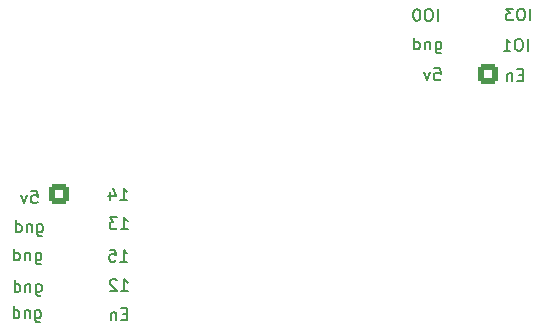
<source format=gbo>
%TF.GenerationSoftware,KiCad,Pcbnew,(6.0.0)*%
%TF.CreationDate,2022-03-13T20:29:15-04:00*%
%TF.ProjectId,alarm_panel_breakout,616c6172-6d5f-4706-916e-656c5f627265,rev?*%
%TF.SameCoordinates,Original*%
%TF.FileFunction,Legend,Bot*%
%TF.FilePolarity,Positive*%
%FSLAX46Y46*%
G04 Gerber Fmt 4.6, Leading zero omitted, Abs format (unit mm)*
G04 Created by KiCad (PCBNEW (6.0.0)) date 2022-03-13 20:29:15*
%MOMM*%
%LPD*%
G01*
G04 APERTURE LIST*
G04 Aperture macros list*
%AMRoundRect*
0 Rectangle with rounded corners*
0 $1 Rounding radius*
0 $2 $3 $4 $5 $6 $7 $8 $9 X,Y pos of 4 corners*
0 Add a 4 corners polygon primitive as box body*
4,1,4,$2,$3,$4,$5,$6,$7,$8,$9,$2,$3,0*
0 Add four circle primitives for the rounded corners*
1,1,$1+$1,$2,$3*
1,1,$1+$1,$4,$5*
1,1,$1+$1,$6,$7*
1,1,$1+$1,$8,$9*
0 Add four rect primitives between the rounded corners*
20,1,$1+$1,$2,$3,$4,$5,0*
20,1,$1+$1,$4,$5,$6,$7,0*
20,1,$1+$1,$6,$7,$8,$9,0*
20,1,$1+$1,$8,$9,$2,$3,0*%
G04 Aperture macros list end*
%ADD10C,0.150000*%
%ADD11R,2.540000X2.540000*%
%ADD12C,2.540000*%
%ADD13R,1.600000X1.600000*%
%ADD14C,1.600000*%
%ADD15C,1.400000*%
%ADD16R,2.000000X4.600000*%
%ADD17O,2.000000X4.200000*%
%ADD18O,4.200000X2.000000*%
%ADD19C,3.200000*%
%ADD20RoundRect,0.250000X-1.550000X0.650000X-1.550000X-0.650000X1.550000X-0.650000X1.550000X0.650000X0*%
%ADD21O,3.600000X1.800000*%
%ADD22RoundRect,0.250000X-0.650000X-1.550000X0.650000X-1.550000X0.650000X1.550000X-0.650000X1.550000X0*%
%ADD23O,1.800000X3.600000*%
%ADD24RoundRect,0.250000X-0.600000X-0.600000X0.600000X-0.600000X0.600000X0.600000X-0.600000X0.600000X0*%
%ADD25C,1.700000*%
%ADD26RoundRect,0.250000X1.550000X-0.650000X1.550000X0.650000X-1.550000X0.650000X-1.550000X-0.650000X0*%
%ADD27RoundRect,0.250000X0.650000X1.550000X-0.650000X1.550000X-0.650000X-1.550000X0.650000X-1.550000X0*%
%ADD28RoundRect,0.250000X0.600000X0.600000X-0.600000X0.600000X-0.600000X-0.600000X0.600000X-0.600000X0*%
%ADD29R,1.700000X1.700000*%
%ADD30O,1.700000X1.700000*%
G04 APERTURE END LIST*
D10*
X51212666Y-57815171D02*
X50879333Y-57815171D01*
X50736476Y-58338980D02*
X51212666Y-58338980D01*
X51212666Y-57338980D01*
X50736476Y-57338980D01*
X50307904Y-57672314D02*
X50307904Y-58338980D01*
X50307904Y-57767552D02*
X50260285Y-57719933D01*
X50165047Y-57672314D01*
X50022190Y-57672314D01*
X49926952Y-57719933D01*
X49879333Y-57815171D01*
X49879333Y-58338980D01*
X51622200Y-55773580D02*
X51622200Y-54773580D01*
X50955533Y-54773580D02*
X50765057Y-54773580D01*
X50669819Y-54821200D01*
X50574580Y-54916438D01*
X50526961Y-55106914D01*
X50526961Y-55440247D01*
X50574580Y-55630723D01*
X50669819Y-55725961D01*
X50765057Y-55773580D01*
X50955533Y-55773580D01*
X51050771Y-55725961D01*
X51146009Y-55630723D01*
X51193628Y-55440247D01*
X51193628Y-55106914D01*
X51146009Y-54916438D01*
X51050771Y-54821200D01*
X50955533Y-54773580D01*
X49574580Y-55773580D02*
X50146009Y-55773580D01*
X49860295Y-55773580D02*
X49860295Y-54773580D01*
X49955533Y-54916438D01*
X50050771Y-55011676D01*
X50146009Y-55059295D01*
X51800000Y-53208180D02*
X51800000Y-52208180D01*
X51133333Y-52208180D02*
X50942857Y-52208180D01*
X50847619Y-52255800D01*
X50752380Y-52351038D01*
X50704761Y-52541514D01*
X50704761Y-52874847D01*
X50752380Y-53065323D01*
X50847619Y-53160561D01*
X50942857Y-53208180D01*
X51133333Y-53208180D01*
X51228571Y-53160561D01*
X51323809Y-53065323D01*
X51371428Y-52874847D01*
X51371428Y-52541514D01*
X51323809Y-52351038D01*
X51228571Y-52255800D01*
X51133333Y-52208180D01*
X50371428Y-52208180D02*
X49752380Y-52208180D01*
X50085714Y-52589133D01*
X49942857Y-52589133D01*
X49847619Y-52636752D01*
X49800000Y-52684371D01*
X49752380Y-52779609D01*
X49752380Y-53017704D01*
X49800000Y-53112942D01*
X49847619Y-53160561D01*
X49942857Y-53208180D01*
X50228571Y-53208180D01*
X50323809Y-53160561D01*
X50371428Y-53112942D01*
X43976800Y-53258980D02*
X43976800Y-52258980D01*
X43310133Y-52258980D02*
X43119657Y-52258980D01*
X43024419Y-52306600D01*
X42929180Y-52401838D01*
X42881561Y-52592314D01*
X42881561Y-52925647D01*
X42929180Y-53116123D01*
X43024419Y-53211361D01*
X43119657Y-53258980D01*
X43310133Y-53258980D01*
X43405371Y-53211361D01*
X43500609Y-53116123D01*
X43548228Y-52925647D01*
X43548228Y-52592314D01*
X43500609Y-52401838D01*
X43405371Y-52306600D01*
X43310133Y-52258980D01*
X42262514Y-52258980D02*
X42167276Y-52258980D01*
X42072038Y-52306600D01*
X42024419Y-52354219D01*
X41976800Y-52449457D01*
X41929180Y-52639933D01*
X41929180Y-52878028D01*
X41976800Y-53068504D01*
X42024419Y-53163742D01*
X42072038Y-53211361D01*
X42167276Y-53258980D01*
X42262514Y-53258980D01*
X42357752Y-53211361D01*
X42405371Y-53163742D01*
X42452990Y-53068504D01*
X42500609Y-52878028D01*
X42500609Y-52639933D01*
X42452990Y-52449457D01*
X42405371Y-52354219D01*
X42357752Y-52306600D01*
X42262514Y-52258980D01*
X43819676Y-55005314D02*
X43819676Y-55814838D01*
X43867295Y-55910076D01*
X43914914Y-55957695D01*
X44010152Y-56005314D01*
X44153009Y-56005314D01*
X44248247Y-55957695D01*
X43819676Y-55624361D02*
X43914914Y-55671980D01*
X44105390Y-55671980D01*
X44200628Y-55624361D01*
X44248247Y-55576742D01*
X44295866Y-55481504D01*
X44295866Y-55195790D01*
X44248247Y-55100552D01*
X44200628Y-55052933D01*
X44105390Y-55005314D01*
X43914914Y-55005314D01*
X43819676Y-55052933D01*
X43343485Y-55005314D02*
X43343485Y-55671980D01*
X43343485Y-55100552D02*
X43295866Y-55052933D01*
X43200628Y-55005314D01*
X43057771Y-55005314D01*
X42962533Y-55052933D01*
X42914914Y-55148171D01*
X42914914Y-55671980D01*
X42010152Y-55671980D02*
X42010152Y-54671980D01*
X42010152Y-55624361D02*
X42105390Y-55671980D01*
X42295866Y-55671980D01*
X42391104Y-55624361D01*
X42438723Y-55576742D01*
X42486342Y-55481504D01*
X42486342Y-55195790D01*
X42438723Y-55100552D01*
X42391104Y-55052933D01*
X42295866Y-55005314D01*
X42105390Y-55005314D01*
X42010152Y-55052933D01*
X43703857Y-57262780D02*
X44180047Y-57262780D01*
X44227666Y-57738971D01*
X44180047Y-57691352D01*
X44084809Y-57643733D01*
X43846714Y-57643733D01*
X43751476Y-57691352D01*
X43703857Y-57738971D01*
X43656238Y-57834209D01*
X43656238Y-58072304D01*
X43703857Y-58167542D01*
X43751476Y-58215161D01*
X43846714Y-58262780D01*
X44084809Y-58262780D01*
X44180047Y-58215161D01*
X44227666Y-58167542D01*
X43322904Y-57596114D02*
X43084809Y-58262780D01*
X42846714Y-57596114D01*
X9591657Y-67651380D02*
X10067847Y-67651380D01*
X10115466Y-68127571D01*
X10067847Y-68079952D01*
X9972609Y-68032333D01*
X9734514Y-68032333D01*
X9639276Y-68079952D01*
X9591657Y-68127571D01*
X9544038Y-68222809D01*
X9544038Y-68460904D01*
X9591657Y-68556142D01*
X9639276Y-68603761D01*
X9734514Y-68651380D01*
X9972609Y-68651380D01*
X10067847Y-68603761D01*
X10115466Y-68556142D01*
X9210704Y-67984714D02*
X8972609Y-68651380D01*
X8734514Y-67984714D01*
X10088476Y-70473914D02*
X10088476Y-71283438D01*
X10136095Y-71378676D01*
X10183714Y-71426295D01*
X10278952Y-71473914D01*
X10421809Y-71473914D01*
X10517047Y-71426295D01*
X10088476Y-71092961D02*
X10183714Y-71140580D01*
X10374190Y-71140580D01*
X10469428Y-71092961D01*
X10517047Y-71045342D01*
X10564666Y-70950104D01*
X10564666Y-70664390D01*
X10517047Y-70569152D01*
X10469428Y-70521533D01*
X10374190Y-70473914D01*
X10183714Y-70473914D01*
X10088476Y-70521533D01*
X9612285Y-70473914D02*
X9612285Y-71140580D01*
X9612285Y-70569152D02*
X9564666Y-70521533D01*
X9469428Y-70473914D01*
X9326571Y-70473914D01*
X9231333Y-70521533D01*
X9183714Y-70616771D01*
X9183714Y-71140580D01*
X8278952Y-71140580D02*
X8278952Y-70140580D01*
X8278952Y-71092961D02*
X8374190Y-71140580D01*
X8564666Y-71140580D01*
X8659904Y-71092961D01*
X8707523Y-71045342D01*
X8755142Y-70950104D01*
X8755142Y-70664390D01*
X8707523Y-70569152D01*
X8659904Y-70521533D01*
X8564666Y-70473914D01*
X8374190Y-70473914D01*
X8278952Y-70521533D01*
X9936076Y-72861514D02*
X9936076Y-73671038D01*
X9983695Y-73766276D01*
X10031314Y-73813895D01*
X10126552Y-73861514D01*
X10269409Y-73861514D01*
X10364647Y-73813895D01*
X9936076Y-73480561D02*
X10031314Y-73528180D01*
X10221790Y-73528180D01*
X10317028Y-73480561D01*
X10364647Y-73432942D01*
X10412266Y-73337704D01*
X10412266Y-73051990D01*
X10364647Y-72956752D01*
X10317028Y-72909133D01*
X10221790Y-72861514D01*
X10031314Y-72861514D01*
X9936076Y-72909133D01*
X9459885Y-72861514D02*
X9459885Y-73528180D01*
X9459885Y-72956752D02*
X9412266Y-72909133D01*
X9317028Y-72861514D01*
X9174171Y-72861514D01*
X9078933Y-72909133D01*
X9031314Y-73004371D01*
X9031314Y-73528180D01*
X8126552Y-73528180D02*
X8126552Y-72528180D01*
X8126552Y-73480561D02*
X8221790Y-73528180D01*
X8412266Y-73528180D01*
X8507504Y-73480561D01*
X8555123Y-73432942D01*
X8602742Y-73337704D01*
X8602742Y-73051990D01*
X8555123Y-72956752D01*
X8507504Y-72909133D01*
X8412266Y-72861514D01*
X8221790Y-72861514D01*
X8126552Y-72909133D01*
X9986876Y-75528514D02*
X9986876Y-76338038D01*
X10034495Y-76433276D01*
X10082114Y-76480895D01*
X10177352Y-76528514D01*
X10320209Y-76528514D01*
X10415447Y-76480895D01*
X9986876Y-76147561D02*
X10082114Y-76195180D01*
X10272590Y-76195180D01*
X10367828Y-76147561D01*
X10415447Y-76099942D01*
X10463066Y-76004704D01*
X10463066Y-75718990D01*
X10415447Y-75623752D01*
X10367828Y-75576133D01*
X10272590Y-75528514D01*
X10082114Y-75528514D01*
X9986876Y-75576133D01*
X9510685Y-75528514D02*
X9510685Y-76195180D01*
X9510685Y-75623752D02*
X9463066Y-75576133D01*
X9367828Y-75528514D01*
X9224971Y-75528514D01*
X9129733Y-75576133D01*
X9082114Y-75671371D01*
X9082114Y-76195180D01*
X8177352Y-76195180D02*
X8177352Y-75195180D01*
X8177352Y-76147561D02*
X8272590Y-76195180D01*
X8463066Y-76195180D01*
X8558304Y-76147561D01*
X8605923Y-76099942D01*
X8653542Y-76004704D01*
X8653542Y-75718990D01*
X8605923Y-75623752D01*
X8558304Y-75576133D01*
X8463066Y-75528514D01*
X8272590Y-75528514D01*
X8177352Y-75576133D01*
X9910676Y-77763714D02*
X9910676Y-78573238D01*
X9958295Y-78668476D01*
X10005914Y-78716095D01*
X10101152Y-78763714D01*
X10244009Y-78763714D01*
X10339247Y-78716095D01*
X9910676Y-78382761D02*
X10005914Y-78430380D01*
X10196390Y-78430380D01*
X10291628Y-78382761D01*
X10339247Y-78335142D01*
X10386866Y-78239904D01*
X10386866Y-77954190D01*
X10339247Y-77858952D01*
X10291628Y-77811333D01*
X10196390Y-77763714D01*
X10005914Y-77763714D01*
X9910676Y-77811333D01*
X9434485Y-77763714D02*
X9434485Y-78430380D01*
X9434485Y-77858952D02*
X9386866Y-77811333D01*
X9291628Y-77763714D01*
X9148771Y-77763714D01*
X9053533Y-77811333D01*
X9005914Y-77906571D01*
X9005914Y-78430380D01*
X8101152Y-78430380D02*
X8101152Y-77430380D01*
X8101152Y-78382761D02*
X8196390Y-78430380D01*
X8386866Y-78430380D01*
X8482104Y-78382761D01*
X8529723Y-78335142D01*
X8577342Y-78239904D01*
X8577342Y-77954190D01*
X8529723Y-77858952D01*
X8482104Y-77811333D01*
X8386866Y-77763714D01*
X8196390Y-77763714D01*
X8101152Y-77811333D01*
X17659266Y-78058971D02*
X17325933Y-78058971D01*
X17183076Y-78582780D02*
X17659266Y-78582780D01*
X17659266Y-77582780D01*
X17183076Y-77582780D01*
X16754504Y-77916114D02*
X16754504Y-78582780D01*
X16754504Y-78011352D02*
X16706885Y-77963733D01*
X16611647Y-77916114D01*
X16468790Y-77916114D01*
X16373552Y-77963733D01*
X16325933Y-78058971D01*
X16325933Y-78582780D01*
X17183076Y-76118980D02*
X17754504Y-76118980D01*
X17468790Y-76118980D02*
X17468790Y-75118980D01*
X17564028Y-75261838D01*
X17659266Y-75357076D01*
X17754504Y-75404695D01*
X16802123Y-75214219D02*
X16754504Y-75166600D01*
X16659266Y-75118980D01*
X16421171Y-75118980D01*
X16325933Y-75166600D01*
X16278314Y-75214219D01*
X16230695Y-75309457D01*
X16230695Y-75404695D01*
X16278314Y-75547552D01*
X16849742Y-76118980D01*
X16230695Y-76118980D01*
X17106876Y-73629780D02*
X17678304Y-73629780D01*
X17392590Y-73629780D02*
X17392590Y-72629780D01*
X17487828Y-72772638D01*
X17583066Y-72867876D01*
X17678304Y-72915495D01*
X16202114Y-72629780D02*
X16678304Y-72629780D01*
X16725923Y-73105971D01*
X16678304Y-73058352D01*
X16583066Y-73010733D01*
X16344971Y-73010733D01*
X16249733Y-73058352D01*
X16202114Y-73105971D01*
X16154495Y-73201209D01*
X16154495Y-73439304D01*
X16202114Y-73534542D01*
X16249733Y-73582161D01*
X16344971Y-73629780D01*
X16583066Y-73629780D01*
X16678304Y-73582161D01*
X16725923Y-73534542D01*
X17157676Y-70886580D02*
X17729104Y-70886580D01*
X17443390Y-70886580D02*
X17443390Y-69886580D01*
X17538628Y-70029438D01*
X17633866Y-70124676D01*
X17729104Y-70172295D01*
X16824342Y-69886580D02*
X16205295Y-69886580D01*
X16538628Y-70267533D01*
X16395771Y-70267533D01*
X16300533Y-70315152D01*
X16252914Y-70362771D01*
X16205295Y-70458009D01*
X16205295Y-70696104D01*
X16252914Y-70791342D01*
X16300533Y-70838961D01*
X16395771Y-70886580D01*
X16681485Y-70886580D01*
X16776723Y-70838961D01*
X16824342Y-70791342D01*
X17106876Y-68422780D02*
X17678304Y-68422780D01*
X17392590Y-68422780D02*
X17392590Y-67422780D01*
X17487828Y-67565638D01*
X17583066Y-67660876D01*
X17678304Y-67708495D01*
X16249733Y-67756114D02*
X16249733Y-68422780D01*
X16487828Y-67375161D02*
X16725923Y-68089447D01*
X16106876Y-68089447D01*
%LPC*%
D11*
%TO.C,U3*%
X77470000Y-10160000D03*
D12*
X59690000Y-10160000D03*
X59690000Y-50800000D03*
X77470000Y-50800000D03*
%TD*%
D13*
%TO.C,C4*%
X46990000Y-80324888D03*
D14*
X46990000Y-82324888D03*
%TD*%
D15*
%TO.C,K3*%
X66740000Y-77575000D03*
X81980000Y-77575000D03*
X79440000Y-85175000D03*
X66740000Y-85175000D03*
%TD*%
D16*
%TO.C,J9*%
X81915000Y-24780000D03*
D17*
X88215000Y-24780000D03*
D18*
X84815000Y-19980000D03*
%TD*%
D19*
%TO.C,REF\u002A\u002A*%
X92075000Y-92075000D03*
%TD*%
D20*
%TO.C,J11*%
X4445000Y-635000D03*
D21*
X4445000Y-4135000D03*
X4445000Y-7635000D03*
X4445000Y-11135000D03*
X4445000Y-14635000D03*
X4445000Y-18135000D03*
X4445000Y-21635000D03*
X4445000Y-25135000D03*
X4445000Y-28635000D03*
X4445000Y-32135000D03*
X4445000Y-35635000D03*
X4445000Y-39135000D03*
X4445000Y-42635000D03*
%TD*%
D22*
%TO.C,J12*%
X18425000Y-87237500D03*
D23*
X21925000Y-87237500D03*
X25425000Y-87237500D03*
X28925000Y-87237500D03*
X32425000Y-87237500D03*
X35925000Y-87237500D03*
X39425000Y-87237500D03*
X42925000Y-87237500D03*
X46425000Y-87237500D03*
X49925000Y-87237500D03*
X53425000Y-87237500D03*
X56925000Y-87237500D03*
X60425000Y-87237500D03*
%TD*%
D13*
%TO.C,C5*%
X46990000Y-68265113D03*
D14*
X46990000Y-66265113D03*
%TD*%
D24*
%TO.C,J1*%
X11947500Y-67945000D03*
D25*
X14487500Y-67945000D03*
X11947500Y-70485000D03*
X14487500Y-70485000D03*
X11947500Y-73025000D03*
X14487500Y-73025000D03*
X11947500Y-75565000D03*
X14487500Y-75565000D03*
X11947500Y-78105000D03*
X14487500Y-78105000D03*
%TD*%
%TO.C,SW1*%
X27865000Y-5370000D03*
X34365000Y-5370000D03*
X27865000Y-9870000D03*
X34365000Y-9870000D03*
%TD*%
D19*
%TO.C,REF\u002A\u002A*%
X11430000Y-92075000D03*
%TD*%
D26*
%TO.C,J4*%
X87630000Y-41275000D03*
D21*
X87630000Y-37465000D03*
X87630000Y-33655000D03*
%TD*%
D19*
%TO.C,REF\u002A\u002A*%
X92075000Y0D03*
%TD*%
D27*
%TO.C,J10*%
X85080000Y-4202500D03*
D23*
X81580000Y-4202500D03*
X78080000Y-4202500D03*
X74580000Y-4202500D03*
X71080000Y-4202500D03*
X67580000Y-4202500D03*
X64080000Y-4202500D03*
X60580000Y-4202500D03*
X57080000Y-4202500D03*
X53580000Y-4202500D03*
X50080000Y-4202500D03*
X46580000Y-4202500D03*
X43080000Y-4202500D03*
%TD*%
D15*
%TO.C,K1*%
X66740000Y-54715000D03*
X81980000Y-54715000D03*
X79440000Y-62315000D03*
X66740000Y-62315000D03*
%TD*%
D28*
%TO.C,J2*%
X48260000Y-57785000D03*
D25*
X45720000Y-57785000D03*
X48260000Y-55245000D03*
X45720000Y-55245000D03*
X48260000Y-52705000D03*
X45720000Y-52705000D03*
%TD*%
D26*
%TO.C,J8*%
X87630000Y-55880000D03*
D21*
X87630000Y-52070000D03*
X87630000Y-48260000D03*
%TD*%
D19*
%TO.C,REF\u002A\u002A*%
X31750000Y0D03*
%TD*%
D15*
%TO.C,K2*%
X66740000Y-66145000D03*
X81980000Y-66145000D03*
X79440000Y-73745000D03*
X66740000Y-73745000D03*
%TD*%
D20*
%TO.C,J13*%
X4445000Y-48895000D03*
D21*
X4445000Y-52395000D03*
X4445000Y-55895000D03*
X4445000Y-59395000D03*
X4445000Y-62895000D03*
X4445000Y-66395000D03*
X4445000Y-69895000D03*
X4445000Y-73395000D03*
X4445000Y-76895000D03*
X4445000Y-80395000D03*
X4445000Y-83895000D03*
X4445000Y-87395000D03*
X4445000Y-90895000D03*
%TD*%
D29*
%TO.C,J3*%
X25400000Y-68590000D03*
D30*
X25400000Y-71130000D03*
X25400000Y-73670000D03*
X25400000Y-76210000D03*
%TD*%
D26*
%TO.C,J7*%
X87630000Y-70485000D03*
D21*
X87630000Y-66675000D03*
X87630000Y-62865000D03*
%TD*%
D26*
%TO.C,J6*%
X87630000Y-85090000D03*
D21*
X87630000Y-81280000D03*
X87630000Y-77470000D03*
%TD*%
M02*

</source>
